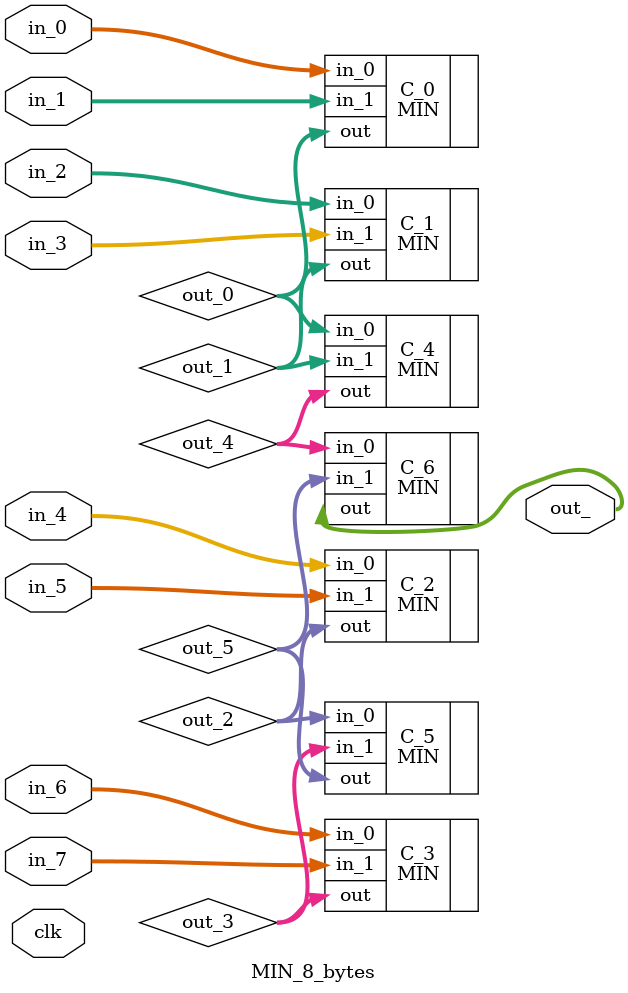
<source format=v>
`timescale 1ns / 1ps


module MIN_8_bytes(clk,in_0,in_1,in_2,in_3,in_4,in_5,in_6,in_7,out_

    );
input   wire  clk;   
input   wire [31:0] in_0,in_1,in_2,in_3,in_4,in_5,in_6,in_7;
output  wire [31:0] out_;

reg  [31:0]  tmp,tmp_old; 
wire [31:0] out_0,out_1,out_2,out_3,out_4,out_5,out;
MIN  C_0(.in_0(in_0),.in_1(in_1),.out(out_0));
MIN  C_1(.in_0(in_2),.in_1(in_3),.out(out_1));
MIN  C_2(.in_0(in_4),.in_1(in_5),.out(out_2));
MIN  C_3(.in_0(in_6),.in_1(in_7),.out(out_3));
//////////////////////////////
MIN  C_4(.in_0(out_0),.in_1(out_1),.out(out_4));
MIN  C_5(.in_0(out_2),.in_1(out_3),.out(out_5));
/////////////////////////////
MIN  C_6(.in_0(out_4),.in_1(out_5),.out(out_));
//////////////////////////////

endmodule

</source>
